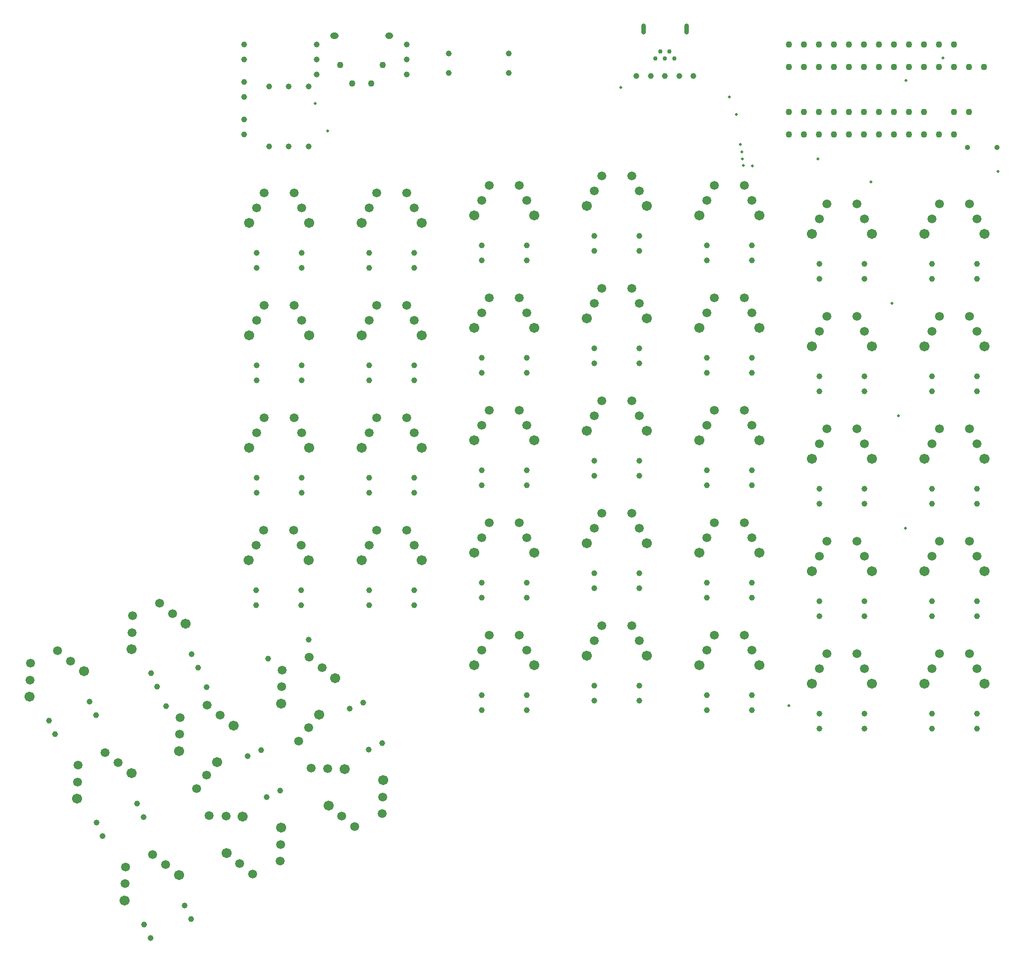
<source format=gbr>
%TF.GenerationSoftware,KiCad,Pcbnew,(5.0.1)-rc2*%
%TF.CreationDate,2018-10-24T13:35:18+02:00*%
%TF.ProjectId,ErgoDone,4572676F446F6E652E6B696361645F70,rev?*%
%TF.SameCoordinates,Original*%
%TF.FileFunction,Plated,1,2,PTH,Mixed*%
%TF.FilePolarity,Positive*%
%FSLAX46Y46*%
G04 Gerber Fmt 4.6, Leading zero omitted, Abs format (unit mm)*
G04 Created by KiCad (PCBNEW (5.0.1)-rc2) date 2018-10-24 13:35:18*
%MOMM*%
%LPD*%
G01*
G04 APERTURE LIST*
%TA.AperFunction,ViaDrill*%
%ADD10C,0.508000*%
%TD*%
%TA.AperFunction,Slot*%
%ADD11C,0.762000*%
%TD*%
%TA.AperFunction,ComponentDrill*%
%ADD12C,0.762000*%
%TD*%
%TA.AperFunction,ComponentDrill*%
%ADD13C,0.900000*%
%TD*%
%TA.AperFunction,ComponentDrill*%
%ADD14C,0.990600*%
%TD*%
%TA.AperFunction,ComponentDrill*%
%ADD15C,1.000760*%
%TD*%
%TA.AperFunction,ComponentDrill*%
%ADD16C,1.089660*%
%TD*%
%TA.AperFunction,ComponentDrill*%
%ADD17C,1.092200*%
%TD*%
%TA.AperFunction,Slot*%
%ADD18C,1.092200*%
%TD*%
%TA.AperFunction,ComponentDrill*%
%ADD19C,1.498600*%
%TD*%
%TA.AperFunction,ComponentDrill*%
%ADD20C,1.701800*%
%TD*%
G04 APERTURE END LIST*
D10*
X78465000Y-44865000D03*
X80580800Y-49580800D03*
X130175000Y-42164000D03*
X148590000Y-43815000D03*
X149733000Y-46736000D03*
X150393400Y-51866800D03*
X150647400Y-53136800D03*
X150749000Y-54292500D03*
X150901400Y-55422800D03*
X152476200Y-55499000D03*
X158673800Y-146939000D03*
X163550600Y-54279800D03*
X172491400Y-58216800D03*
X176047400Y-78765400D03*
X177165000Y-97815400D03*
X178384200Y-116865400D03*
X178435000Y-41021000D03*
X184734202Y-37160202D03*
X194056000Y-56438800D03*
D11*
%TO.C,J1*%
X133995160Y-32801560D02*
X133995160Y-31658560D01*
D12*
X136042400Y-37279580D03*
X136842500Y-36080700D03*
X137642600Y-37279580D03*
X138442700Y-36080700D03*
X139242800Y-37279580D03*
D11*
X141290040Y-32801560D02*
X141290040Y-31658560D01*
D13*
%TO.C,C1*%
X188827400Y-52374800D03*
X193827400Y-52374800D03*
D14*
%TO.C,SW1:11*%
X144780000Y-145107660D03*
X144780000Y-147647660D03*
X152400000Y-145107660D03*
X152400000Y-147647660D03*
%TO.C,SW0:11*%
X67032348Y-155517347D03*
X69334370Y-154443896D03*
X70252699Y-162423412D03*
X72554721Y-161349962D03*
%TO.C,SW0:12*%
X49493868Y-184014219D03*
X50567318Y-186316241D03*
X56399933Y-180793868D03*
X57473384Y-183095890D03*
%TO.C,RA1*%
X70665000Y-41985000D03*
X70665000Y-52145000D03*
%TO.C,SW0:10*%
X84296728Y-147465547D03*
X86598750Y-146392096D03*
X87517079Y-154371612D03*
X89819101Y-153298162D03*
%TO.C,SW4:12*%
X163830000Y-91132660D03*
X163830000Y-93672660D03*
X171450000Y-91132660D03*
X171450000Y-93672660D03*
%TO.C,SW5:9*%
X106680000Y-68907660D03*
X106680000Y-71447660D03*
X114300000Y-68907660D03*
X114300000Y-71447660D03*
%TO.C,SW2:7*%
X68496495Y-127360646D03*
X68496495Y-129900646D03*
X76116495Y-127360646D03*
X76116495Y-129900646D03*
%TO.C,SW1:9*%
X106680000Y-145107660D03*
X106680000Y-147647660D03*
X114300000Y-145107660D03*
X114300000Y-147647660D03*
%TO.C,SW3:9*%
X106680000Y-107007660D03*
X106680000Y-109547660D03*
X114300000Y-107007660D03*
X114300000Y-109547660D03*
%TO.C,SW4:9*%
X106680000Y-87957660D03*
X106680000Y-90497660D03*
X114300000Y-87957660D03*
X114300000Y-90497660D03*
%TO.C,J4*%
X78740000Y-34925000D03*
X78740000Y-37465000D03*
X78740000Y-40005000D03*
%TO.C,SW0:9*%
X41442068Y-166747299D03*
X42515518Y-169049321D03*
X48348133Y-163526948D03*
X49421584Y-165828970D03*
%TO.C,SW0:8*%
X50657188Y-141433659D03*
X51730638Y-143735681D03*
X57563253Y-138213308D03*
X58636704Y-140515330D03*
%TO.C,SW4:10*%
X125730000Y-86360000D03*
X125730000Y-88900000D03*
X133350000Y-86360000D03*
X133350000Y-88900000D03*
%TO.C,SW5:8*%
X87630000Y-70180200D03*
X87630000Y-72720200D03*
X95250000Y-70180200D03*
X95250000Y-72720200D03*
%TO.C,SW4:7*%
X68582540Y-89242900D03*
X68582540Y-91782900D03*
X76202540Y-89242900D03*
X76202540Y-91782900D03*
%TO.C,SW3:12*%
X163830000Y-110182660D03*
X163830000Y-112722660D03*
X171450000Y-110182660D03*
X171450000Y-112722660D03*
%TO.C,SW1:10*%
X125730000Y-143510000D03*
X125730000Y-146050000D03*
X133350000Y-143510000D03*
X133350000Y-146050000D03*
%TO.C,SW4:8*%
X87630000Y-89227660D03*
X87630000Y-91767660D03*
X95250000Y-89227660D03*
X95250000Y-91767660D03*
%TO.C,R1*%
X101085000Y-36465000D03*
X111245000Y-36465000D03*
%TO.C,J3*%
X93980000Y-34925000D03*
X93980000Y-37465000D03*
X93980000Y-40005000D03*
%TO.C,SW5:7*%
X68580000Y-70180200D03*
X68580000Y-72720200D03*
X76200000Y-70180200D03*
X76200000Y-72720200D03*
%TO.C,SW4:13*%
X182880000Y-91132660D03*
X182880000Y-93672660D03*
X190500000Y-91132660D03*
X190500000Y-93672660D03*
%TO.C,SW2:8*%
X87630000Y-127327660D03*
X87630000Y-129867660D03*
X95250000Y-127327660D03*
X95250000Y-129867660D03*
%TO.C,SW3:11*%
X144780000Y-107007660D03*
X144780000Y-109547660D03*
X152400000Y-107007660D03*
X152400000Y-109547660D03*
%TO.C,SW3:8*%
X87630000Y-108277660D03*
X87630000Y-110817660D03*
X95250000Y-108277660D03*
X95250000Y-110817660D03*
%TO.C,SW0:7*%
X33392808Y-149482919D03*
X34466258Y-151784941D03*
X40298873Y-146262568D03*
X41372324Y-148564590D03*
%TO.C,D82*%
X70486367Y-138998776D03*
X77392433Y-135778424D03*
%TO.C,SW4:11*%
X144780000Y-87957660D03*
X144780000Y-90497660D03*
X152400000Y-87957660D03*
X152400000Y-90497660D03*
%TO.C,SW5:13*%
X182880000Y-72085200D03*
X182880000Y-74625200D03*
X190500000Y-72085200D03*
X190500000Y-74625200D03*
%TO.C,SW3:7*%
X68582540Y-108292900D03*
X68582540Y-110832900D03*
X76202540Y-108292900D03*
X76202540Y-110832900D03*
%TO.C,SW3:10*%
X125730000Y-105410000D03*
X125730000Y-107950000D03*
X133350000Y-105410000D03*
X133350000Y-107950000D03*
%TO.C,SW2:10*%
X125730000Y-124460000D03*
X125730000Y-127000000D03*
X133350000Y-124460000D03*
X133350000Y-127000000D03*
%TO.C,R2*%
X101092000Y-39751000D03*
X111252000Y-39751000D03*
%TO.C,RC1*%
X77365000Y-41985000D03*
X77365000Y-52145000D03*
%TO.C,D81*%
X53214367Y-146974376D03*
X60120433Y-143754024D03*
%TO.C,SW1:13*%
X182880000Y-148282660D03*
X182880000Y-150822660D03*
X190500000Y-148282660D03*
X190500000Y-150822660D03*
%TO.C,SW2:12*%
X163830000Y-129232660D03*
X163830000Y-131772660D03*
X171450000Y-129232660D03*
X171450000Y-131772660D03*
%TO.C,J1*%
X132816600Y-40259000D03*
X135229600Y-40259000D03*
X137642600Y-40259000D03*
X140055600Y-40259000D03*
X142468600Y-40259000D03*
%TO.C,SW5:12*%
X163830000Y-72085200D03*
X163830000Y-74625200D03*
X171450000Y-72085200D03*
X171450000Y-74625200D03*
%TO.C,SW2:13*%
X182880000Y-129232660D03*
X182880000Y-131772660D03*
X190500000Y-129232660D03*
X190500000Y-131772660D03*
%TO.C,SW2:9*%
X106680000Y-126057660D03*
X106680000Y-128597660D03*
X114300000Y-126057660D03*
X114300000Y-128597660D03*
%TO.C,SW2:11*%
X144780000Y-126057660D03*
X144780000Y-128597660D03*
X152400000Y-126057660D03*
X152400000Y-128597660D03*
%TO.C,SW1:12*%
X163830000Y-148282660D03*
X163830000Y-150822660D03*
X171450000Y-148282660D03*
X171450000Y-150822660D03*
%TO.C,RB1*%
X73965000Y-41985000D03*
X73965000Y-52145000D03*
%TO.C,SW5:10*%
X125730000Y-67310000D03*
X125730000Y-69850000D03*
X133350000Y-67310000D03*
X133350000Y-69850000D03*
%TO.C,SW5:11*%
X144780000Y-68907660D03*
X144780000Y-71447660D03*
X152400000Y-68907660D03*
X152400000Y-71447660D03*
%TO.C,SW3:13*%
X182880000Y-110182660D03*
X182880000Y-112722660D03*
X190500000Y-110182660D03*
X190500000Y-112722660D03*
D15*
%TO.C,LED_A1*%
X66465000Y-34925000D03*
X66465000Y-37465000D03*
%TO.C,LED_C1*%
X66465000Y-47625000D03*
X66465000Y-50165000D03*
%TO.C,LED_B1*%
X66465000Y-41225000D03*
X66465000Y-43765000D03*
D16*
%TO.C,U1*%
X186563000Y-50165000D03*
D17*
%TO.C,U2*%
X158608000Y-38710000D03*
X158608000Y-46330000D03*
X161148000Y-38710000D03*
X161148000Y-46330000D03*
X163688000Y-38710000D03*
X163688000Y-46330000D03*
X166228000Y-38710000D03*
X166228000Y-46330000D03*
X168768000Y-38710000D03*
X168768000Y-46330000D03*
X171308000Y-38710000D03*
X171308000Y-46330000D03*
X173848000Y-38710000D03*
X173848000Y-46330000D03*
X176388000Y-38710000D03*
X176388000Y-46330000D03*
X178928000Y-38710000D03*
X178928000Y-46330000D03*
X181468000Y-38710000D03*
X181468000Y-46330000D03*
X184008000Y-38710000D03*
X186548000Y-38710000D03*
X186548000Y-46330000D03*
X189088000Y-38710000D03*
X189088000Y-46330000D03*
X191628000Y-38710000D03*
%TO.C,U1*%
X158623000Y-34925000D03*
X158623000Y-50165000D03*
X161163000Y-34925000D03*
X161163000Y-50165000D03*
X163703000Y-34925000D03*
X163703000Y-50165000D03*
X166243000Y-34925000D03*
X166243000Y-50165000D03*
X168783000Y-34925000D03*
X168783000Y-50165000D03*
X171323000Y-34925000D03*
X171323000Y-50165000D03*
X173863000Y-34925000D03*
X173863000Y-50165000D03*
X176403000Y-34925000D03*
X176403000Y-50165000D03*
X178943000Y-34925000D03*
X178943000Y-50165000D03*
X181483000Y-34925000D03*
X181483000Y-50165000D03*
X184023000Y-34925000D03*
X184023000Y-50165000D03*
X186563000Y-34925000D03*
D18*
%TO.C,J2*%
X81508600Y-33375600D02*
X81813400Y-33375600D01*
D17*
X82702400Y-38379400D03*
X84709000Y-41478200D03*
X87909400Y-41478200D03*
X89916000Y-38379400D03*
D18*
X90805000Y-33375600D02*
X91109800Y-33375600D01*
D19*
%TO.C,SW2:13*%
X182880000Y-121612660D03*
X184150000Y-119072660D03*
X189230000Y-119072660D03*
X190500000Y-121612660D03*
%TO.C,SW2:9*%
X106680000Y-118437660D03*
X107950000Y-115897660D03*
X113030000Y-115897660D03*
X114300000Y-118437660D03*
%TO.C,SW2:11*%
X144780000Y-118437660D03*
X146050000Y-115897660D03*
X151130000Y-115897660D03*
X152400000Y-118437660D03*
%TO.C,SW1:12*%
X163830000Y-140662660D03*
X165100000Y-138122660D03*
X170180000Y-138122660D03*
X171450000Y-140662660D03*
%TO.C,SX0:11*%
X65684798Y-173660397D03*
X67909259Y-175425694D03*
X72513303Y-173278793D03*
X72590863Y-170440046D03*
%TO.C,SW5:10*%
X125730000Y-59690000D03*
X127000000Y-57150000D03*
X132080000Y-57150000D03*
X133350000Y-59690000D03*
%TO.C,SW5:11*%
X144780000Y-61287660D03*
X146050000Y-58747660D03*
X151130000Y-58747660D03*
X152400000Y-61287660D03*
%TO.C,SW3:13*%
X182880000Y-102562660D03*
X184150000Y-100022660D03*
X189230000Y-100022660D03*
X190500000Y-102562660D03*
%TO.C,SW1:11*%
X144780000Y-137487660D03*
X146050000Y-134947660D03*
X151130000Y-134947660D03*
X152400000Y-137487660D03*
%TO.C,SW0:11*%
X58360986Y-160962159D03*
X60126283Y-158737698D03*
X60507887Y-165566203D03*
X63346634Y-165643763D03*
%TO.C,SW0:12*%
X46273517Y-177108154D03*
X46351077Y-174269407D03*
X50955121Y-172122506D03*
X53179582Y-173887803D03*
%TO.C,SW0:10*%
X75625366Y-152910359D03*
X77390663Y-150685898D03*
X77772267Y-157514403D03*
X80611014Y-157591963D03*
%TO.C,SX0:10*%
X82951718Y-165611137D03*
X85176179Y-167376434D03*
X89780223Y-165229533D03*
X89857783Y-162390786D03*
%TO.C,SW4:12*%
X163830000Y-83512660D03*
X165100000Y-80972660D03*
X170180000Y-80972660D03*
X171450000Y-83512660D03*
%TO.C,SW5:9*%
X106680000Y-61287660D03*
X107950000Y-58747660D03*
X113030000Y-58747660D03*
X114300000Y-61287660D03*
%TO.C,SW2:7*%
X68496495Y-119740646D03*
X69766495Y-117200646D03*
X74846495Y-117200646D03*
X76116495Y-119740646D03*
%TO.C,SW1:9*%
X106680000Y-137487660D03*
X107950000Y-134947660D03*
X113030000Y-134947660D03*
X114300000Y-137487660D03*
%TO.C,SW3:9*%
X106680000Y-99387660D03*
X107950000Y-96847660D03*
X113030000Y-96847660D03*
X114300000Y-99387660D03*
%TO.C,SW4:9*%
X106680000Y-80337660D03*
X107950000Y-77797660D03*
X113030000Y-77797660D03*
X114300000Y-80337660D03*
%TO.C,SW0:9*%
X38221717Y-159841234D03*
X38299277Y-157002487D03*
X42903321Y-154855586D03*
X45127782Y-156620883D03*
%TO.C,SW0:8*%
X47436837Y-134527594D03*
X47514397Y-131688847D03*
X52118441Y-129541946D03*
X54342902Y-131307243D03*
%TO.C,SW4:10*%
X125730000Y-78740000D03*
X127000000Y-76200000D03*
X132080000Y-76200000D03*
X133350000Y-78740000D03*
%TO.C,SW5:8*%
X87630000Y-62560200D03*
X88900000Y-60020200D03*
X93980000Y-60020200D03*
X95250000Y-62560200D03*
%TO.C,SW4:7*%
X68582540Y-81622900D03*
X69852540Y-79082900D03*
X74932540Y-79082900D03*
X76202540Y-81622900D03*
%TO.C,SW3:12*%
X163830000Y-102562660D03*
X165100000Y-100022660D03*
X170180000Y-100022660D03*
X171450000Y-102562660D03*
%TO.C,SW1:10*%
X125730000Y-135890000D03*
X127000000Y-133350000D03*
X132080000Y-133350000D03*
X133350000Y-135890000D03*
%TO.C,SW4:8*%
X87630000Y-81607660D03*
X88900000Y-79067660D03*
X93980000Y-79067660D03*
X95250000Y-81607660D03*
%TO.C,SX1:7*%
X55488637Y-151791974D03*
X55566197Y-148953227D03*
X60170241Y-146806326D03*
X62394702Y-148571623D03*
%TO.C,SW5:7*%
X68580000Y-62560200D03*
X69850000Y-60020200D03*
X74930000Y-60020200D03*
X76200000Y-62560200D03*
%TO.C,SW4:13*%
X182880000Y-83512660D03*
X184150000Y-80972660D03*
X189230000Y-80972660D03*
X190500000Y-83512660D03*
%TO.C,SW2:8*%
X87630000Y-119707660D03*
X88900000Y-117167660D03*
X93980000Y-117167660D03*
X95250000Y-119707660D03*
%TO.C,SW3:11*%
X144780000Y-99387660D03*
X146050000Y-96847660D03*
X151130000Y-96847660D03*
X152400000Y-99387660D03*
%TO.C,SW3:8*%
X87630000Y-100657660D03*
X88900000Y-98117660D03*
X93980000Y-98117660D03*
X95250000Y-100657660D03*
%TO.C,SW0:7*%
X30172457Y-142576854D03*
X30250017Y-139738107D03*
X34854061Y-137591206D03*
X37078522Y-139356503D03*
%TO.C,SW4:11*%
X144780000Y-80337660D03*
X146050000Y-77797660D03*
X151130000Y-77797660D03*
X152400000Y-80337660D03*
%TO.C,SW5:13*%
X182880000Y-64465200D03*
X184150000Y-61925200D03*
X189230000Y-61925200D03*
X190500000Y-64465200D03*
%TO.C,SW3:7*%
X68582540Y-100672900D03*
X69852540Y-98132900D03*
X74932540Y-98132900D03*
X76202540Y-100672900D03*
%TO.C,SW3:10*%
X125730000Y-97790000D03*
X127000000Y-95250000D03*
X132080000Y-95250000D03*
X133350000Y-97790000D03*
%TO.C,SW2:10*%
X125730000Y-116840000D03*
X127000000Y-114300000D03*
X132080000Y-114300000D03*
X133350000Y-116840000D03*
%TO.C,SW1:13*%
X182880000Y-140662660D03*
X184150000Y-138122660D03*
X189230000Y-138122660D03*
X190500000Y-140662660D03*
%TO.C,SW2:12*%
X163830000Y-121612660D03*
X165100000Y-119072660D03*
X170180000Y-119072660D03*
X171450000Y-121612660D03*
%TO.C,SX1:8*%
X72753017Y-143740174D03*
X72830577Y-140901427D03*
X77434621Y-138754526D03*
X79659082Y-140519823D03*
%TO.C,SW5:12*%
X163830000Y-64465200D03*
X165100000Y-61925200D03*
X170180000Y-61925200D03*
X171450000Y-64465200D03*
D20*
%TO.C,SW0:11*%
X61891579Y-156513236D03*
X66185381Y-165721324D03*
%TO.C,SW0:12*%
X46195956Y-179946901D03*
X55404044Y-175653099D03*
%TO.C,SW0:10*%
X79155959Y-148461436D03*
X83449761Y-157669524D03*
%TO.C,SX0:10*%
X80727256Y-163845841D03*
X89935344Y-159552039D03*
%TO.C,SW4:12*%
X162560000Y-86052660D03*
X172720000Y-86052660D03*
%TO.C,SW5:9*%
X105410000Y-63827660D03*
X115570000Y-63827660D03*
%TO.C,SW2:7*%
X67226495Y-122280646D03*
X77386495Y-122280646D03*
%TO.C,SW1:9*%
X105410000Y-140027660D03*
X115570000Y-140027660D03*
%TO.C,SW3:9*%
X105410000Y-101927660D03*
X115570000Y-101927660D03*
%TO.C,SW4:9*%
X105410000Y-82877660D03*
X115570000Y-82877660D03*
%TO.C,SW0:9*%
X38144156Y-162679981D03*
X47352244Y-158386179D03*
%TO.C,SW0:8*%
X47359276Y-137366341D03*
X56567364Y-133072539D03*
%TO.C,SW4:10*%
X124460000Y-81280000D03*
X134620000Y-81280000D03*
%TO.C,SW5:8*%
X86360000Y-65100200D03*
X96520000Y-65100200D03*
%TO.C,SW4:7*%
X67312540Y-84162900D03*
X77472540Y-84162900D03*
%TO.C,SW3:12*%
X162560000Y-105102660D03*
X172720000Y-105102660D03*
%TO.C,SW1:10*%
X124460000Y-138430000D03*
X134620000Y-138430000D03*
%TO.C,SW4:8*%
X86360000Y-84147660D03*
X96520000Y-84147660D03*
%TO.C,SX1:7*%
X55411076Y-154630721D03*
X64619164Y-150336919D03*
%TO.C,SW5:7*%
X67310000Y-65100200D03*
X77470000Y-65100200D03*
%TO.C,SW4:13*%
X181610000Y-86052660D03*
X191770000Y-86052660D03*
%TO.C,SW2:8*%
X86360000Y-122247660D03*
X96520000Y-122247660D03*
%TO.C,SW3:11*%
X143510000Y-101927660D03*
X153670000Y-101927660D03*
%TO.C,SW3:8*%
X86360000Y-103197660D03*
X96520000Y-103197660D03*
%TO.C,SW0:7*%
X30094896Y-145415601D03*
X39302984Y-141121799D03*
%TO.C,SW4:11*%
X143510000Y-82877660D03*
X153670000Y-82877660D03*
%TO.C,SW5:13*%
X181610000Y-67005200D03*
X191770000Y-67005200D03*
%TO.C,SW3:7*%
X67312540Y-103212900D03*
X77472540Y-103212900D03*
%TO.C,SW3:10*%
X124460000Y-100330000D03*
X134620000Y-100330000D03*
%TO.C,SW2:10*%
X124460000Y-119380000D03*
X134620000Y-119380000D03*
%TO.C,SW1:13*%
X181610000Y-143202660D03*
X191770000Y-143202660D03*
%TO.C,SW2:12*%
X162560000Y-124152660D03*
X172720000Y-124152660D03*
%TO.C,SX1:8*%
X72675456Y-146578921D03*
X81883544Y-142285119D03*
%TO.C,SW5:12*%
X162560000Y-67005200D03*
X172720000Y-67005200D03*
%TO.C,SW2:13*%
X181610000Y-124152660D03*
X191770000Y-124152660D03*
%TO.C,SW2:9*%
X105410000Y-120977660D03*
X115570000Y-120977660D03*
%TO.C,SW2:11*%
X143510000Y-120977660D03*
X153670000Y-120977660D03*
%TO.C,SW1:12*%
X162560000Y-143202660D03*
X172720000Y-143202660D03*
%TO.C,SX0:11*%
X63460336Y-171895101D03*
X72668424Y-167601299D03*
%TO.C,SW5:10*%
X124460000Y-62230000D03*
X134620000Y-62230000D03*
%TO.C,SW5:11*%
X143510000Y-63827660D03*
X153670000Y-63827660D03*
%TO.C,SW3:13*%
X181610000Y-105102660D03*
X191770000Y-105102660D03*
%TO.C,SW1:11*%
X143510000Y-140027660D03*
X153670000Y-140027660D03*
M02*

</source>
